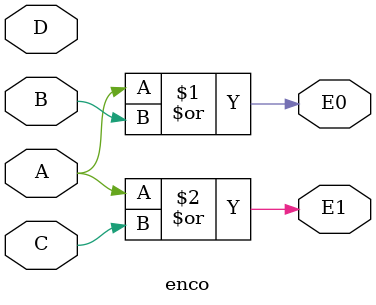
<source format=v>
`timescale 1ns / 1ps

module enco(
    input A, B, C, D,
    output E0, E1
);

assign E0 = A | B;
assign E1 = A | C;

endmodule
</source>
